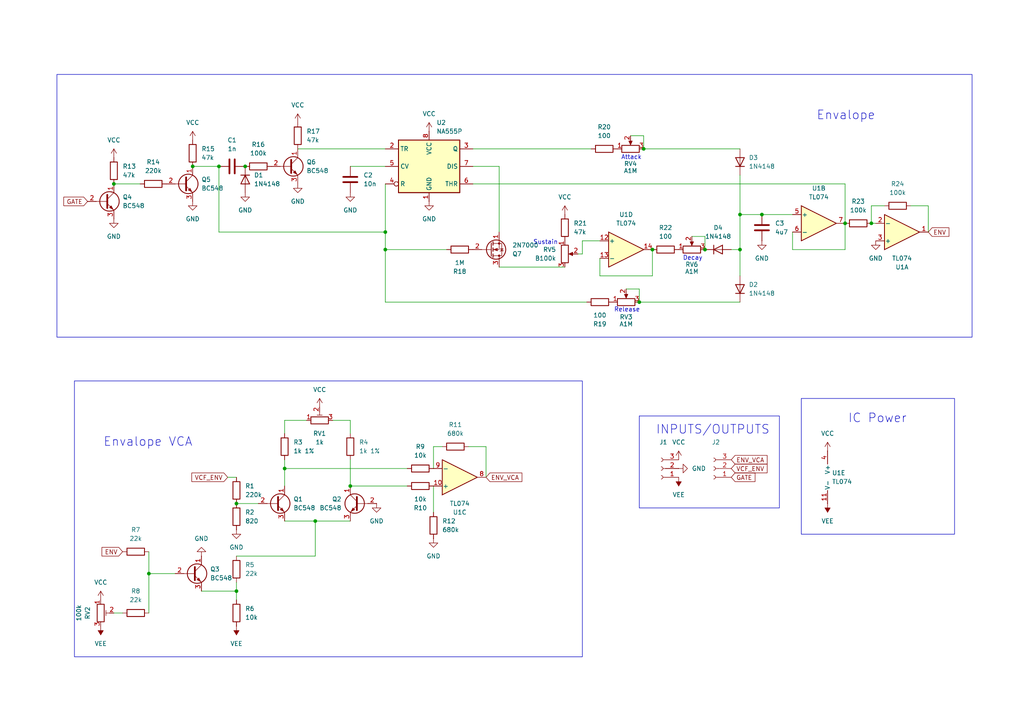
<source format=kicad_sch>
(kicad_sch (version 20250114) (generator "eeschema") (generator_version "9.0")
  (paper "A4")
  (lib_symbols
    (symbol "Amplifier_Operational:TL074" (pin_names (offset 0.127))
      (property "Reference" "U" (at 0 5.08 0))
      (property "Value" "TL074" (at 0 -5.08 0))
      (symbol "TL074_1_1"
        (polyline (pts (xy -5.08 5.08) (xy 5.08 0) (xy -5.08 -5.08) (xy -5.08 5.08)) (stroke (width 0.254)) (fill (type background)))
        (pin input line (at -7.62 2.54 0) (length 2.54) (name "+") (number "3"))
        (pin input line (at -7.62 -2.54 0) (length 2.54) (name "-") (number "2"))
        (pin output line (at 7.62 0 180) (length 2.54) (name "~") (number "1"))
      )
      (symbol "TL074_2_1"
        (polyline (pts (xy -5.08 5.08) (xy 5.08 0) (xy -5.08 -5.08) (xy -5.08 5.08)) (stroke (width 0.254)) (fill (type background)))
        (pin input line (at -7.62 2.54 0) (length 2.54) (name "+") (number "5"))
        (pin input line (at -7.62 -2.54 0) (length 2.54) (name "-") (number "6"))
        (pin output line (at 7.62 0 180) (length 2.54) (name "~") (number "7"))
      )
      (symbol "TL074_3_1"
        (polyline (pts (xy -5.08 5.08) (xy 5.08 0) (xy -5.08 -5.08) (xy -5.08 5.08)) (stroke (width 0.254)) (fill (type background)))
        (pin input line (at -7.62 2.54 0) (length 2.54) (name "+") (number "10"))
        (pin input line (at -7.62 -2.54 0) (length 2.54) (name "-") (number "9"))
        (pin output line (at 7.62 0 180) (length 2.54) (name "~") (number "8"))
      )
      (symbol "TL074_4_1"
        (polyline (pts (xy -5.08 5.08) (xy 5.08 0) (xy -5.08 -5.08) (xy -5.08 5.08)) (stroke (width 0.254)) (fill (type background)))
        (pin input line (at -7.62 2.54 0) (length 2.54) (name "+") (number "12"))
        (pin input line (at -7.62 -2.54 0) (length 2.54) (name "-") (number "13"))
        (pin output line (at 7.62 0 180) (length 2.54) (name "~") (number "14"))
      )
      (symbol "TL074_5_1"
        (pin power_in line (at -2.54 7.62 270) (length 3.81) (name "V+") (number "4"))
        (pin power_in line (at -2.54 -7.62 90) (length 3.81) (name "V-") (number "11"))
      )
    )
    (symbol "Connector:Conn_01x03_Socket" (pin_names (offset 1.016) (hide yes))
      (property "Reference" "J" (at 0 5.08 0))
      (property "Value" "Conn_01x03_Socket" (at 0 -5.08 0))
      (symbol "Conn_01x03_Socket_1_1"
        (polyline (pts (xy -1.27 2.54) (xy -0.508 2.54)) (stroke (width 0.1524)))
        (polyline (pts (xy -1.27 0) (xy -0.508 0)) (stroke (width 0.1524)))
        (polyline (pts (xy -1.27 -2.54) (xy -0.508 -2.54)) (stroke (width 0.1524)))
        (arc (start 0 2.032) (mid -0.5058 2.54) (end 0 3.048) (stroke (width 0.1524)))
        (arc (start 0 -0.508) (mid -0.5058 0) (end 0 0.508) (stroke (width 0.1524)))
        (arc (start 0 -3.048) (mid -0.5058 -2.54) (end 0 -2.032) (stroke (width 0.1524)))
        (pin passive line (at -5.08 2.54 0) (length 3.81) (name "Pin_1") (number "1"))
        (pin passive line (at -5.08 0 0) (length 3.81) (name "Pin_2") (number "2"))
        (pin passive line (at -5.08 -2.54 0) (length 3.81) (name "Pin_3") (number "3"))
      )
    )
    (symbol "Device:C" (pin_numbers (hide yes)) (pin_names (offset 0.254))
      (property "Reference" "C" (at 0.635 2.54 0))
      (property "Value" "C" (at 0.635 -2.54 0))
      (symbol "C_0_1"
        (polyline (pts (xy -2.032 0.762) (xy 2.032 0.762)) (stroke (width 0.508)))
        (polyline (pts (xy -2.032 -0.762) (xy 2.032 -0.762)) (stroke (width 0.508)))
      )
      (symbol "C_1_1"
        (pin passive line (at 0 3.81 270) (length 2.794) (name "~") (number "1"))
        (pin passive line (at 0 -3.81 90) (length 2.794) (name "~") (number "2"))
      )
    )
    (symbol "Device:R" (pin_numbers (hide yes)) (pin_names (offset 0))
      (property "Reference" "R" (at 2.032 0 90))
      (property "Value" "R" (at 0 0 90))
      (symbol "R_0_1"
        (rectangle (start -1.016 -2.54) (end 1.016 2.54) (stroke (width 0.254)))
      )
      (symbol "R_1_1"
        (pin passive line (at 0 3.81 270) (length 1.27) (name "~") (number "1"))
        (pin passive line (at 0 -3.81 90) (length 1.27) (name "~") (number "2"))
      )
    )
    (symbol "Device:R_Potentiometer" (pin_names (offset 1.016) (hide yes))
      (property "Reference" "RV" (at -4.445 0 90))
      (property "Value" "R_Potentiometer" (at -2.54 0 90))
      (symbol "R_Potentiometer_0_1"
        (rectangle (start 1.016 2.54) (end -1.016 -2.54) (stroke (width 0.254)))
        (polyline (pts (xy 1.143 0) (xy 2.286 0.508) (xy 2.286 -0.508) (xy 1.143 0)) (fill (type outline)))
        (polyline (pts (xy 2.54 0) (xy 1.524 0)))
      )
      (symbol "R_Potentiometer_1_1"
        (pin passive line (at 0 3.81 270) (length 1.27) (name "1") (number "1"))
        (pin passive line (at 0 -3.81 90) (length 1.27) (name "3") (number "3"))
        (pin passive line (at 3.81 0 180) (length 1.27) (name "2") (number "2"))
      )
    )
    (symbol "Device:R_Potentiometer_Trim" (pin_names (offset 1.016) (hide yes))
      (property "Reference" "RV" (at -4.445 0 90))
      (property "Value" "R_Potentiometer_Trim" (at -2.54 0 90))
      (symbol "R_Potentiometer_Trim_0_1"
        (rectangle (start 1.016 2.54) (end -1.016 -2.54) (stroke (width 0.254)))
        (polyline (pts (xy 1.524 0.762) (xy 1.524 -0.762)))
        (polyline (pts (xy 2.54 0) (xy 1.524 0)))
      )
      (symbol "R_Potentiometer_Trim_1_1"
        (pin passive line (at 0 3.81 270) (length 1.27) (name "1") (number "1"))
        (pin passive line (at 0 -3.81 90) (length 1.27) (name "3") (number "3"))
        (pin passive line (at 3.81 0 180) (length 1.27) (name "2") (number "2"))
      )
    )
    (symbol "Diode:1N4148WT" (pin_numbers (hide yes)) (pin_names (hide yes))
      (property "Reference" "D" (at 0 2.54 0))
      (property "Value" "1N4148WT" (at 0 -2.54 0))
      (symbol "1N4148WT_0_1"
        (polyline (pts (xy -1.27 1.27) (xy -1.27 -1.27)) (stroke (width 0.254)))
        (polyline (pts (xy 1.27 1.27) (xy 1.27 -1.27) (xy -1.27 0) (xy 1.27 1.27)) (stroke (width 0.254)))
        (polyline (pts (xy 1.27 0) (xy -1.27 0)))
      )
      (symbol "1N4148WT_1_1"
        (pin passive line (at -3.81 0 0) (length 2.54) (name "K") (number "1"))
        (pin passive line (at 3.81 0 180) (length 2.54) (name "A") (number "2"))
      )
    )
    (symbol "Timer:NA555P"
      (property "Reference" "U" (at -10.16 8.89 0))
      (property "Value" "NA555P" (at 2.54 8.89 0))
      (symbol "NA555P_0_0"
        (pin power_in line (at 0 10.16 270) (length 2.54) (name "VCC") (number "8"))
        (pin power_in line (at 0 -10.16 90) (length 2.54) (name "GND") (number "1"))
      )
      (symbol "NA555P_0_1"
        (rectangle (start -8.89 -7.62) (end 8.89 7.62) (stroke (width 0.254)) (fill (type background)))
        (rectangle (start -8.89 -7.62) (end 8.89 7.62) (stroke (width 0.254)) (fill (type background)))
      )
      (symbol "NA555P_1_1"
        (pin input line (at -12.7 5.08 0) (length 3.81) (name "TR") (number "2"))
        (pin input line (at -12.7 0 0) (length 3.81) (name "CV") (number "5"))
        (pin input inverted (at -12.7 -5.08 0) (length 3.81) (name "R") (number "4"))
        (pin output line (at 12.7 5.08 180) (length 3.81) (name "Q") (number "3"))
        (pin input line (at 12.7 0 180) (length 3.81) (name "DIS") (number "7"))
        (pin input line (at 12.7 -5.08 180) (length 3.81) (name "THR") (number "6"))
      )
    )
    (symbol "Transistor_BJT:BC548" (pin_names (offset 0) (hide yes))
      (property "Reference" "Q" (at 5.08 1.905 0))
      (property "Value" "BC548" (at 5.08 0 0))
      (symbol "BC548_0_1"
        (polyline (pts (xy -2.54 0) (xy 0.635 0)))
        (polyline (pts (xy 0.635 1.905) (xy 0.635 -1.905)) (stroke (width 0.508)))
        (circle (center 1.27 0) (radius 2.8194) (stroke (width 0.254)))
      )
      (symbol "BC548_1_1"
        (polyline (pts (xy 0.635 0.635) (xy 2.54 2.54)))
        (polyline (pts (xy 0.635 -0.635) (xy 2.54 -2.54)))
        (polyline (pts (xy 1.27 -1.778) (xy 1.778 -1.27) (xy 2.286 -2.286) (xy 1.27 -1.778)) (fill (type outline)))
        (pin input line (at -5.08 0 0) (length 2.54) (name "B") (number "2"))
        (pin passive line (at 2.54 5.08 270) (length 2.54) (name "C") (number "1"))
        (pin passive line (at 2.54 -5.08 90) (length 2.54) (name "E") (number "3"))
      )
    )
    (symbol "Transistor_FET:2N7000" (pin_names (hide yes))
      (property "Reference" "Q" (at 5.08 1.905 0))
      (property "Value" "2N7000" (at 5.08 0 0))
      (symbol "2N7000_0_1"
        (polyline (pts (xy 0.254 1.905) (xy 0.254 -1.905)) (stroke (width 0.254)))
        (polyline (pts (xy 0.254 0) (xy -2.54 0)))
        (polyline (pts (xy 0.762 2.286) (xy 0.762 1.27)) (stroke (width 0.254)))
        (polyline (pts (xy 0.762 0.508) (xy 0.762 -0.508)) (stroke (width 0.254)))
        (polyline (pts (xy 0.762 -1.27) (xy 0.762 -2.286)) (stroke (width 0.254)))
        (polyline (pts (xy 0.762 -1.778) (xy 3.302 -1.778) (xy 3.302 1.778) (xy 0.762 1.778)))
        (polyline (pts (xy 1.016 0) (xy 2.032 0.381) (xy 2.032 -0.381) (xy 1.016 0)) (fill (type outline)))
        (circle (center 1.651 0) (radius 2.794) (stroke (width 0.254)))
        (polyline (pts (xy 2.54 2.54) (xy 2.54 1.778)))
        (circle (center 2.54 1.778) (radius 0.254) (fill (type outline)))
        (circle (center 2.54 -1.778) (radius 0.254) (fill (type outline)))
        (polyline (pts (xy 2.54 -2.54) (xy 2.54 0) (xy 0.762 0)))
        (polyline (pts (xy 2.794 0.508) (xy 2.921 0.381) (xy 3.683 0.381) (xy 3.81 0.254)))
        (polyline (pts (xy 3.302 0.381) (xy 2.921 -0.254) (xy 3.683 -0.254) (xy 3.302 0.381)))
      )
      (symbol "2N7000_1_1"
        (pin input line (at -5.08 0 0) (length 2.54) (name "G") (number "2"))
        (pin passive line (at 2.54 5.08 270) (length 2.54) (name "D") (number "3"))
        (pin passive line (at 2.54 -5.08 90) (length 2.54) (name "S") (number "1"))
      )
    )
    (symbol "power:GND" (power) (pin_numbers (hide yes)) (pin_names (offset 0) (hide yes))
      (property "Value" "GND" (at 0 -3.81 0))
      (symbol "GND_0_1"
        (polyline (pts (xy 0 0) (xy 0 -1.27) (xy 1.27 -1.27) (xy 0 -2.54) (xy -1.27 -1.27) (xy 0 -1.27)))
      )
      (symbol "GND_1_1"
        (pin power_in line (at 0 0 270) (length 0) (name "~") (number "1"))
      )
    )
    (symbol "power:VCC" (power) (pin_numbers (hide yes)) (pin_names (offset 0) (hide yes))
      (property "Value" "VCC" (at 0 3.556 0))
      (symbol "VCC_0_1"
        (polyline (pts (xy -0.762 1.27) (xy 0 2.54)))
        (polyline (pts (xy 0 2.54) (xy 0.762 1.27)))
        (polyline (pts (xy 0 0) (xy 0 2.54)))
      )
      (symbol "VCC_1_1"
        (pin power_in line (at 0 0 90) (length 0) (name "~") (number "1"))
      )
    )
    (symbol "power:VEE" (power) (pin_numbers (hide yes)) (pin_names (offset 0) (hide yes))
      (property "Value" "VEE" (at 0 3.556 0))
      (symbol "VEE_0_1"
        (polyline (pts (xy 0 0) (xy 0 2.54)))
        (polyline (pts (xy 0.762 1.27) (xy -0.762 1.27) (xy 0 2.54) (xy 0.762 1.27)) (fill (type outline)))
      )
      (symbol "VEE_1_1"
        (pin power_in line (at 0 0 90) (length 0) (name "~") (number "1"))
      )
    )
  )
  (rectangle (start 21.59 110.49) (end 168.91 190.5))
  (rectangle (start 185.42 120.65) (end 226.06 147.32))
  (rectangle (start 232.41 115.57) (end 276.86 154.94))
  (rectangle (start 16.51 21.59) (end 281.94 97.79))
  (text "Envalope" (at 245.364 33.528 0) (effects (font (size 2.54 2.54))))
  (text "Envalope VCA" (at 42.926 128.27 0) (effects (font (size 2.54 2.54))))
  (text "IC Power\n" (at 254.508 121.412 0) (effects (font (size 2.54 2.54))))
  (text "Decay" (at 200.914 74.93 0) (effects (font (size 1.27 1.27))))
  (text "INPUTS/OUTPUTS" (at 206.756 124.714 0) (effects (font (size 2.54 2.54))))
  (text "Attack" (at 183.134 45.72 0) (effects (font (size 1.27 1.27))))
  (text "Release" (at 181.864 89.916 0) (effects (font (size 1.27 1.27))))
  (text "Sustain" (at 158.242 70.358 0) (effects (font (size 1.27 1.27))))
  (junction (at 33.02 53.34))
  (junction (at 252.73 64.77))
  (junction (at 101.6 140.97))
  (junction (at 186.69 43.18))
  (junction (at 68.58 171.45))
  (junction (at 189.23 72.39))
  (junction (at 245.11 64.77))
  (junction (at 185.42 87.63))
  (junction (at 55.88 48.26))
  (junction (at 63.5 48.26))
  (junction (at 214.63 72.39))
  (junction (at 214.63 62.23))
  (junction (at 43.18 166.37))
  (junction (at 82.55 135.89))
  (junction (at 91.44 151.13))
  (junction (at 111.76 72.39))
  (junction (at 111.76 67.31))
  (junction (at 68.58 146.05))
  (junction (at 71.12 48.26))
  (junction (at 220.98 62.23))
  (junction (at 204.47 72.39))
  (wire (pts (xy 135.89 129.54) (xy 140.97 129.54)))
  (wire (pts (xy 43.18 166.37) (xy 50.8 166.37)))
  (wire (pts (xy 82.55 121.92) (xy 88.9 121.92)))
  (wire (pts (xy 214.63 72.39) (xy 214.63 80.01)))
  (wire (pts (xy 58.42 171.45) (xy 68.58 171.45)))
  (wire (pts (xy 200.66 68.58) (xy 204.47 68.58)))
  (wire (pts (xy 144.78 67.31) (xy 144.78 48.26)))
  (wire (pts (xy 173.99 74.93) (xy 173.99 80.01)))
  (wire (pts (xy 245.11 53.34) (xy 245.11 64.77)))
  (wire (pts (xy 140.97 129.54) (xy 140.97 138.43)))
  (wire (pts (xy 86.36 43.18) (xy 111.76 43.18)))
  (wire (pts (xy 189.23 80.01) (xy 189.23 72.39)))
  (wire (pts (xy 181.61 83.82) (xy 185.42 83.82)))
  (wire (pts (xy 63.5 48.26) (xy 55.88 48.26)))
  (wire (pts (xy 111.76 87.63) (xy 111.76 72.39)))
  (wire (pts (xy 269.24 59.69) (xy 269.24 67.31)))
  (wire (pts (xy 220.98 62.23) (xy 214.63 62.23)))
  (wire (pts (xy 82.55 125.73) (xy 82.55 121.92)))
  (wire (pts (xy 68.58 161.29) (xy 91.44 161.29)))
  (wire (pts (xy 91.44 161.29) (xy 91.44 151.13)))
  (wire (pts (xy 256.54 59.69) (xy 252.73 59.69)))
  (wire (pts (xy 101.6 140.97) (xy 118.11 140.97)))
  (wire (pts (xy 43.18 160.02) (xy 43.18 166.37)))
  (wire (pts (xy 111.76 67.31) (xy 63.5 67.31)))
  (wire (pts (xy 111.76 53.34) (xy 111.76 67.31)))
  (wire (pts (xy 214.63 50.8) (xy 214.63 62.23)))
  (wire (pts (xy 82.55 135.89) (xy 82.55 140.97)))
  (wire (pts (xy 82.55 133.35) (xy 82.55 135.89)))
  (wire (pts (xy 129.54 72.39) (xy 111.76 72.39)))
  (wire (pts (xy 137.16 53.34) (xy 245.11 53.34)))
  (wire (pts (xy 33.02 177.8) (xy 35.56 177.8)))
  (wire (pts (xy 185.42 83.82) (xy 185.42 87.63)))
  (wire (pts (xy 186.69 39.37) (xy 186.69 43.18)))
  (wire (pts (xy 66.04 138.43) (xy 68.58 138.43)))
  (wire (pts (xy 96.52 121.92) (xy 101.6 121.92)))
  (wire (pts (xy 68.58 168.91) (xy 68.58 171.45)))
  (wire (pts (xy 212.09 72.39) (xy 214.63 72.39)))
  (wire (pts (xy 245.11 64.77) (xy 245.11 72.39)))
  (wire (pts (xy 101.6 48.26) (xy 111.76 48.26)))
  (wire (pts (xy 101.6 121.92) (xy 101.6 125.73)))
  (wire (pts (xy 68.58 171.45) (xy 68.58 173.99)))
  (wire (pts (xy 229.87 67.31) (xy 229.87 72.39)))
  (wire (pts (xy 229.87 72.39) (xy 245.11 72.39)))
  (wire (pts (xy 168.91 73.66) (xy 167.64 73.66)))
  (wire (pts (xy 125.73 140.97) (xy 125.73 148.59)))
  (wire (pts (xy 68.58 146.05) (xy 74.93 146.05)))
  (wire (pts (xy 144.78 48.26) (xy 137.16 48.26)))
  (wire (pts (xy 252.73 59.69) (xy 252.73 64.77)))
  (wire (pts (xy 101.6 133.35) (xy 101.6 140.97)))
  (wire (pts (xy 43.18 166.37) (xy 43.18 177.8)))
  (wire (pts (xy 82.55 135.89) (xy 118.11 135.89)))
  (wire (pts (xy 214.63 62.23) (xy 214.63 72.39)))
  (wire (pts (xy 254 64.77) (xy 252.73 64.77)))
  (wire (pts (xy 111.76 87.63) (xy 170.18 87.63)))
  (wire (pts (xy 173.99 80.01) (xy 189.23 80.01)))
  (wire (pts (xy 82.55 151.13) (xy 91.44 151.13)))
  (wire (pts (xy 40.64 53.34) (xy 33.02 53.34)))
  (wire (pts (xy 168.91 73.66) (xy 168.91 69.85)))
  (wire (pts (xy 63.5 67.31) (xy 63.5 48.26)))
  (wire (pts (xy 137.16 43.18) (xy 171.45 43.18)))
  (wire (pts (xy 128.27 129.54) (xy 125.73 129.54)))
  (wire (pts (xy 186.69 43.18) (xy 214.63 43.18)))
  (wire (pts (xy 144.78 77.47) (xy 163.83 77.47)))
  (wire (pts (xy 204.47 72.39) (xy 204.47 68.58)))
  (wire (pts (xy 168.91 69.85) (xy 173.99 69.85)))
  (wire (pts (xy 220.98 62.23) (xy 229.87 62.23)))
  (wire (pts (xy 91.44 151.13) (xy 101.6 151.13)))
  (wire (pts (xy 214.63 87.63) (xy 185.42 87.63)))
  (wire (pts (xy 182.88 39.37) (xy 186.69 39.37)))
  (wire (pts (xy 264.16 59.69) (xy 269.24 59.69)))
  (wire (pts (xy 125.73 129.54) (xy 125.73 135.89)))
  (wire (pts (xy 111.76 67.31) (xy 111.76 72.39)))
  (global_label "ENV" (shape input) (at 35.56 160.02 180) (property "Intersheetrefs" "${INTERSHEET_REFS}" (effects (hide yes))))
  (global_label "VCF_ENV" (shape input) (at 212.09 135.89 0) (property "Intersheetrefs" "${INTERSHEET_REFS}" (effects (hide yes))))
  (global_label "GATE" (shape input) (at 25.4 58.42 180) (property "Intersheetrefs" "${INTERSHEET_REFS}" (effects (hide yes))))
  (global_label "ENV" (shape input) (at 269.24 67.31 0) (property "Intersheetrefs" "${INTERSHEET_REFS}" (effects (hide yes))))
  (global_label "ENV_VCA" (shape input) (at 140.97 138.43 0) (property "Intersheetrefs" "${INTERSHEET_REFS}" (effects (hide yes))))
  (global_label "ENV_VCA" (shape input) (at 212.09 133.35 0) (property "Intersheetrefs" "${INTERSHEET_REFS}" (effects (hide yes))))
  (global_label "GATE" (shape input) (at 212.09 138.43 0) (property "Intersheetrefs" "${INTERSHEET_REFS}" (effects (hide yes))))
  (global_label "VCF_ENV" (shape input) (at 66.04 138.43 180) (property "Intersheetrefs" "${INTERSHEET_REFS}" (effects (hide yes))))
  (symbol (lib_id "power:VCC") (at 86.36 35.56 0) (unit 1)
    (property "Reference" "#PWR020" (effects (hide yes)))
    (property "Value" "VCC" (at 86.36 30.48 0))
    (property "Description" "Power symbol creates a global label with name \"VCC\"" (effects (hide yes)))
  )
  (symbol (lib_id "Device:C") (at 101.6 52.07 180) (unit 1)
    (property "Reference" "C2" (at 105.41 50.7999 0) (effects (justify right)))
    (property "Value" "10n" (at 105.41 53.3399 0) (effects (justify right)))
    (property "Footprint" "User:C_Rect_P5.00mm_CNC" (effects (hide yes)))
    (property "Description" "Unpolarized capacitor" (effects (hide yes)))
  )
  (symbol (lib_id "Device:R") (at 82.55 129.54 180) (unit 1)
    (property "Reference" "R3" (at 85.09 128.2699 0) (effects (justify right)))
    (property "Value" "1k 1%" (at 85.09 130.81 0) (effects (justify right)))
    (property "Footprint" "User:R_7.62mm_CNC" (effects (hide yes)))
    (property "Description" "Resistor" (effects (hide yes)))
  )
  (symbol (lib_id "Amplifier_Operational:TL074") (at 242.57 138.43 0) (unit 5)
    (property "Reference" "U1" (at 241.3 137.1599 0) (effects (justify left)))
    (property "Value" "TL074" (at 241.3 139.6999 0) (effects (justify left)))
    (property "Footprint" "User:DIP-14_CNC" (effects (hide yes)))
    (property "Datasheet" "http://www.ti.com/lit/ds/symlink/tl071.pdf" (effects (hide yes)))
    (property "Description" "Quad Low-Noise JFET-Input Operational Amplifiers, DIP-14/SOIC-14" (effects (hide yes)))
  )
  (symbol (lib_id "Device:R") (at 68.58 177.8 180) (unit 1)
    (property "Reference" "R6" (at 71.12 176.5299 0) (effects (justify right)))
    (property "Value" "10k" (at 71.12 179.0699 0) (effects (justify right)))
    (property "Footprint" "User:R_10.16mm_CNC" (effects (hide yes)))
    (property "Description" "Resistor" (effects (hide yes)))
  )
  (symbol (lib_id "Connector:Conn_01x03_Socket") (at 207.01 135.89 180) (unit 1)
    (property "Reference" "J2" (at 207.645 128.27 0))
    (property "Value" "Conn_01x03_Socket" (effects (hide yes)))
    (property "Footprint" "User:TerminalBlock_1x3_CNC" (effects (hide yes)))
    (property "Description" "Generic connector, single row, 01x03, script generated" (effects (hide yes)))
  )
  (symbol (lib_id "Device:R") (at 55.88 44.45 180) (unit 1)
    (property "Reference" "R15" (at 58.42 43.1799 0) (effects (justify right)))
    (property "Value" "47k" (at 58.42 45.7199 0) (effects (justify right)))
    (property "Footprint" "User:R_7.62mm_CNC" (effects (hide yes)))
    (property "Description" "Resistor" (effects (hide yes)))
  )
  (symbol (lib_id "power:GND") (at 124.46 58.42 0) (unit 1)
    (property "Reference" "#PWR021" (effects (hide yes)))
    (property "Value" "GND" (at 124.46 63.5 0))
    (property "Description" "Power symbol creates a global label with name \"GND\" , ground" (effects (hide yes)))
  )
  (symbol (lib_id "Diode:1N4148WT") (at 71.12 52.07 270) (unit 1)
    (property "Reference" "D1" (at 73.66 50.7999 90) (effects (justify left)))
    (property "Value" "1N4148" (at 73.66 53.3399 90) (effects (justify left)))
    (property "Footprint" "User:D_P7.62mm_CNC" (effects (hide yes)))
    (property "Datasheet" "https://www.diodes.com/assets/Datasheets/ds30396.pdf" (effects (hide yes)))
    (property "Description" "75V 0.15A Fast switching Diode, SOD-523" (effects (hide yes)))
    (property "Sim.Device" "D" (effects (hide yes)))
    (property "Sim.Pins" "1=K 2=A" (effects (hide yes)))
  )
  (symbol (lib_id "power:VCC") (at 92.71 118.11 0) (unit 1)
    (property "Reference" "#PWR05" (effects (hide yes)))
    (property "Value" "VCC" (at 92.71 113.03 0))
    (property "Description" "Power symbol creates a global label with name \"VCC\"" (effects (hide yes)))
  )
  (symbol (lib_id "Device:R") (at 86.36 39.37 180) (unit 1)
    (property "Reference" "R17" (at 88.9 38.0999 0) (effects (justify right)))
    (property "Value" "47k" (at 88.9 40.6399 0) (effects (justify right)))
    (property "Footprint" "User:R_7.62mm_CNC" (effects (hide yes)))
    (property "Description" "Resistor" (effects (hide yes)))
  )
  (symbol (lib_id "power:GND") (at 68.58 153.67 0) (unit 1)
    (property "Reference" "#PWR04" (effects (hide yes)))
    (property "Value" "GND" (at 68.58 158.75 0))
    (property "Description" "Power symbol creates a global label with name \"GND\" , ground" (effects (hide yes)))
  )
  (symbol (lib_id "Transistor_BJT:BC548") (at 53.34 53.34 0) (unit 1)
    (property "Reference" "Q5" (at 58.42 52.0699 0) (effects (justify left)))
    (property "Value" "BC548" (at 58.42 54.6099 0) (effects (justify left)))
    (property "Footprint" "User:TO-92_CNC" (effects (hide yes)))
    (property "Datasheet" "https://www.onsemi.com/pub/Collateral/BC550-D.pdf" (effects (hide yes)))
    (property "Description" "0.1A Ic, 30V Vce, Small Signal NPN Transistor, TO-92" (effects (hide yes)))
  )
  (symbol (lib_id "Device:R") (at 68.58 149.86 180) (unit 1)
    (property "Reference" "R2" (at 71.12 148.5899 0) (effects (justify right)))
    (property "Value" "820" (at 71.12 151.1299 0) (effects (justify right)))
    (property "Footprint" "User:R_10.16mm_CNC" (effects (hide yes)))
    (property "Description" "Resistor" (effects (hide yes)))
  )
  (symbol (lib_id "Device:R_Potentiometer") (at 182.88 43.18 90) (unit 1)
    (property "Reference" "RV4" (at 182.88 47.498 90))
    (property "Value" "A1M" (at 182.88 49.53 90))
    (property "Footprint" "User:Potentiometer_PanelMount_CNC" (effects (hide yes)))
    (property "Description" "Potentiometer" (effects (hide yes)))
  )
  (symbol (lib_id "Transistor_FET:2N7000") (at 142.24 72.39 0) (mirror x) (unit 1)
    (property "Reference" "Q7" (at 148.59 73.6601 0) (effects (justify left)))
    (property "Value" "2N7000" (at 148.59 71.1201 0) (effects (justify left)))
    (property "Footprint" "User:TO-92_CNC" (effects (hide yes)))
    (property "Datasheet" "https://www.vishay.com/docs/70226/70226.pdf" (effects (hide yes)))
    (property "Description" "0.2A Id, 200V Vds, N-Channel MOSFET, 2.6V Logic Level, TO-92" (effects (hide yes)))
  )
  (symbol (lib_id "Diode:1N4148WT") (at 214.63 46.99 90) (unit 1)
    (property "Reference" "D3" (at 217.17 45.7199 90) (effects (justify right)))
    (property "Value" "1N4148" (at 217.17 48.2599 90) (effects (justify right)))
    (property "Footprint" "User:D_P10.16mm_CNC" (effects (hide yes)))
    (property "Datasheet" "https://www.diodes.com/assets/Datasheets/ds30396.pdf" (effects (hide yes)))
    (property "Description" "75V 0.15A Fast switching Diode, SOD-523" (effects (hide yes)))
    (property "Sim.Device" "D" (effects (hide yes)))
    (property "Sim.Pins" "1=K 2=A" (effects (hide yes)))
  )
  (symbol (lib_id "Device:R") (at 33.02 49.53 180) (unit 1)
    (property "Reference" "R13" (at 35.56 48.2599 0) (effects (justify right)))
    (property "Value" "47k" (at 35.56 50.7999 0) (effects (justify right)))
    (property "Footprint" "User:R_7.62mm_CNC" (effects (hide yes)))
    (property "Description" "Resistor" (effects (hide yes)))
  )
  (symbol (lib_id "Device:R_Potentiometer_Trim") (at 29.21 177.8 0) (unit 1)
    (property "Reference" "RV2" (at 25.4 177.8 90))
    (property "Value" "100k" (at 22.86 177.8 90))
    (property "Footprint" "User:Potentiometer_Trim_CNC" (effects (hide yes)))
    (property "Description" "Trim-potentiometer" (effects (hide yes)))
  )
  (symbol (lib_id "power:GND") (at 125.73 156.21 0) (unit 1)
    (property "Reference" "#PWR013" (effects (hide yes)))
    (property "Value" "GND" (at 125.73 161.29 0))
    (property "Description" "Power symbol creates a global label with name \"GND\" , ground" (effects (hide yes)))
  )
  (symbol (lib_id "Device:R") (at 101.6 129.54 180) (unit 1)
    (property "Reference" "R4" (at 104.14 128.2699 0) (effects (justify right)))
    (property "Value" "1k 1%" (at 104.14 130.81 0) (effects (justify right)))
    (property "Footprint" "User:R_2.54mm_CNC" (effects (hide yes)))
    (property "Description" "Resistor" (effects (hide yes)))
  )
  (symbol (lib_id "Amplifier_Operational:TL074") (at 181.61 72.39 0) (unit 4)
    (property "Reference" "U1" (at 181.61 62.23 0))
    (property "Value" "TL074" (at 181.61 64.77 0))
    (property "Footprint" "User:DIP-14_CNC" (effects (hide yes)))
    (property "Datasheet" "http://www.ti.com/lit/ds/symlink/tl071.pdf" (effects (hide yes)))
    (property "Description" "Quad Low-Noise JFET-Input Operational Amplifiers, DIP-14/SOIC-14" (effects (hide yes)))
  )
  (symbol (lib_id "Device:R") (at 248.92 64.77 270) (mirror x) (unit 1)
    (property "Reference" "R23" (at 248.92 58.42 90))
    (property "Value" "100k" (at 248.92 60.96 90))
    (property "Footprint" "User:R_7.62mm_CNC" (effects (hide yes)))
    (property "Description" "Resistor" (effects (hide yes)))
  )
  (symbol (lib_id "Device:R") (at 39.37 177.8 270) (mirror x) (unit 1)
    (property "Reference" "R8" (at 39.37 171.45 90))
    (property "Value" "22k" (at 39.37 173.99 90))
    (property "Footprint" "User:R_10.16mm_CNC" (effects (hide yes)))
    (property "Description" "Resistor" (effects (hide yes)))
  )
  (symbol (lib_id "power:VEE") (at 29.21 181.61 180) (unit 1)
    (property "Reference" "#PWR09" (effects (hide yes)))
    (property "Value" "VEE" (at 29.21 186.69 0))
    (property "Description" "Power symbol creates a global label with name \"VEE\"" (effects (hide yes)))
  )
  (symbol (lib_id "Device:R_Potentiometer") (at 163.83 73.66 0) (unit 1)
    (property "Reference" "RV5" (at 161.29 72.3899 0) (effects (justify right)))
    (property "Value" "B100k" (at 161.29 74.9299 0) (effects (justify right)))
    (property "Footprint" "User:Potentiometer_PanelMount_CNC" (effects (hide yes)))
    (property "Description" "Potentiometer" (effects (hide yes)))
  )
  (symbol (lib_id "Device:R") (at 68.58 142.24 180) (unit 1)
    (property "Reference" "R1" (at 71.12 140.9699 0) (effects (justify right)))
    (property "Value" "220k" (at 71.12 143.5099 0) (effects (justify right)))
    (property "Footprint" "User:R_10.16mm_CNC" (effects (hide yes)))
    (property "Description" "Resistor" (effects (hide yes)))
  )
  (symbol (lib_id "power:GND") (at 109.22 146.05 0) (unit 1)
    (property "Reference" "#PWR06" (effects (hide yes)))
    (property "Value" "GND" (at 109.22 151.13 0))
    (property "Description" "Power symbol creates a global label with name \"GND\" , ground" (effects (hide yes)))
  )
  (symbol (lib_id "Device:R_Potentiometer") (at 200.66 72.39 90) (unit 1)
    (property "Reference" "RV6" (at 200.66 76.708 90))
    (property "Value" "A1M" (at 200.66 78.74 90))
    (property "Footprint" "User:Potentiometer_PanelMount_CNC" (effects (hide yes)))
    (property "Description" "Potentiometer" (effects (hide yes)))
  )
  (symbol (lib_id "Device:R") (at 39.37 160.02 270) (mirror x) (unit 1)
    (property "Reference" "R7" (at 39.37 153.67 90))
    (property "Value" "22k" (at 39.37 156.21 90))
    (property "Footprint" "User:R_10.16mm_CNC" (effects (hide yes)))
    (property "Description" "Resistor" (effects (hide yes)))
  )
  (symbol (lib_id "Device:C") (at 220.98 66.04 180) (unit 1)
    (property "Reference" "C3" (at 224.79 64.7699 0) (effects (justify right)))
    (property "Value" "4u7" (at 224.79 67.3099 0) (effects (justify right)))
    (property "Footprint" "User:C_Rect_P5.00mm_CNC" (effects (hide yes)))
    (property "Description" "Unpolarized capacitor" (effects (hide yes)))
  )
  (symbol (lib_id "Device:R") (at 260.35 59.69 270) (mirror x) (unit 1)
    (property "Reference" "R24" (at 260.35 53.34 90))
    (property "Value" "100k" (at 260.35 55.88 90))
    (property "Footprint" "User:R_7.62mm_CNC" (effects (hide yes)))
    (property "Description" "Resistor" (effects (hide yes)))
  )
  (symbol (lib_id "Device:R_Potentiometer_Trim") (at 92.71 121.92 90) (unit 1)
    (property "Reference" "RV1" (at 92.71 125.73 90))
    (property "Value" "1k" (at 92.71 128.27 90))
    (property "Footprint" "User:Potentiometer_Trim_CNC" (effects (hide yes)))
    (property "Description" "Trim-potentiometer" (effects (hide yes)))
  )
  (symbol (lib_id "power:GND") (at 55.88 58.42 0) (unit 1)
    (property "Reference" "#PWR017" (effects (hide yes)))
    (property "Value" "GND" (at 55.88 63.5 0))
    (property "Description" "Power symbol creates a global label with name \"GND\" , ground" (effects (hide yes)))
  )
  (symbol (lib_id "Connector:Conn_01x03_Socket") (at 191.77 135.89 180) (unit 1)
    (property "Reference" "J1" (at 192.405 128.27 0))
    (property "Value" "Conn_01x03_Socket" (effects (hide yes)))
    (property "Footprint" "User:TerminalBlock_1x3_CNC" (effects (hide yes)))
    (property "Description" "Generic connector, single row, 01x03, script generated" (effects (hide yes)))
  )
  (symbol (lib_id "power:GND") (at 101.6 55.88 0) (unit 1)
    (property "Reference" "#PWR023" (effects (hide yes)))
    (property "Value" "GND" (at 101.6 60.96 0))
    (property "Description" "Power symbol creates a global label with name \"GND\" , ground" (effects (hide yes)))
  )
  (symbol (lib_id "power:GND") (at 33.02 63.5 0) (unit 1)
    (property "Reference" "#PWR014" (effects (hide yes)))
    (property "Value" "GND" (at 33.02 68.58 0))
    (property "Description" "Power symbol creates a global label with name \"GND\" , ground" (effects (hide yes)))
  )
  (symbol (lib_id "Device:R") (at 173.99 87.63 270) (unit 1)
    (property "Reference" "R19" (at 173.99 93.98 90))
    (property "Value" "100" (at 173.99 91.44 90))
    (property "Footprint" "User:R_10.16mm_CNC" (effects (hide yes)))
    (property "Description" "Resistor" (effects (hide yes)))
  )
  (symbol (lib_id "power:VEE") (at 68.58 181.61 180) (unit 1)
    (property "Reference" "#PWR08" (effects (hide yes)))
    (property "Value" "VEE" (at 68.58 186.69 0))
    (property "Description" "Power symbol creates a global label with name \"VEE\"" (effects (hide yes)))
  )
  (symbol (lib_id "Device:R_Potentiometer") (at 181.61 87.63 90) (unit 1)
    (property "Reference" "RV3" (at 181.61 91.948 90))
    (property "Value" "A1M" (at 181.61 93.98 90))
    (property "Footprint" "User:Potentiometer_PanelMount_CNC" (effects (hide yes)))
    (property "Description" "Potentiometer" (effects (hide yes)))
  )
  (symbol (lib_id "power:VCC") (at 124.46 38.1 0) (unit 1)
    (property "Reference" "#PWR022" (effects (hide yes)))
    (property "Value" "VCC" (at 124.46 33.02 0))
    (property "Description" "Power symbol creates a global label with name \"VCC\"" (effects (hide yes)))
  )
  (symbol (lib_id "power:VCC") (at 240.03 130.81 0) (unit 1)
    (property "Reference" "#PWR011" (effects (hide yes)))
    (property "Value" "VCC" (at 240.03 125.73 0))
    (property "Description" "Power symbol creates a global label with name \"VCC\"" (effects (hide yes)))
  )
  (symbol (lib_id "Transistor_BJT:BC548") (at 83.82 48.26 0) (unit 1)
    (property "Reference" "Q6" (at 88.9 46.9899 0) (effects (justify left)))
    (property "Value" "BC548" (at 88.9 49.5299 0) (effects (justify left)))
    (property "Footprint" "User:TO-92_CNC" (effects (hide yes)))
    (property "Datasheet" "https://www.onsemi.com/pub/Collateral/BC550-D.pdf" (effects (hide yes)))
    (property "Description" "0.1A Ic, 30V Vce, Small Signal NPN Transistor, TO-92" (effects (hide yes)))
  )
  (symbol (lib_id "Transistor_BJT:BC548") (at 104.14 146.05 0) (mirror y) (unit 1)
    (property "Reference" "Q2" (at 99.06 144.7799 0) (effects (justify left)))
    (property "Value" "BC548" (at 99.06 147.3199 0) (effects (justify left)))
    (property "Footprint" "User:TO-92_CNC" (effects (hide yes)))
    (property "Datasheet" "https://www.onsemi.com/pub/Collateral/BC550-D.pdf" (effects (hide yes)))
    (property "Description" "0.1A Ic, 30V Vce, Small Signal NPN Transistor, TO-92" (effects (hide yes)))
  )
  (symbol (lib_id "Device:R") (at 132.08 129.54 270) (unit 1)
    (property "Reference" "R11" (at 132.08 123.19 90))
    (property "Value" "680k" (at 132.08 125.73 90))
    (property "Footprint" "User:R_7.62mm_CNC" (effects (hide yes)))
    (property "Description" "Resistor" (effects (hide yes)))
  )
  (symbol (lib_id "Amplifier_Operational:TL074") (at 237.49 64.77 0) (unit 2)
    (property "Reference" "U1" (at 237.49 54.61 0))
    (property "Value" "TL074" (at 237.49 57.15 0))
    (property "Footprint" "User:DIP-14_CNC" (effects (hide yes)))
    (property "Datasheet" "http://www.ti.com/lit/ds/symlink/tl071.pdf" (effects (hide yes)))
    (property "Description" "Quad Low-Noise JFET-Input Operational Amplifiers, DIP-14/SOIC-14" (effects (hide yes)))
  )
  (symbol (lib_id "power:GND") (at 220.98 69.85 0) (unit 1)
    (property "Reference" "#PWR025" (effects (hide yes)))
    (property "Value" "GND" (at 220.98 74.93 0))
    (property "Description" "Power symbol creates a global label with name \"GND\" , ground" (effects (hide yes)))
  )
  (symbol (lib_id "Device:R") (at 125.73 152.4 0) (unit 1)
    (property "Reference" "R12" (at 128.27 151.1299 0) (effects (justify left)))
    (property "Value" "680k" (at 128.27 153.6699 0) (effects (justify left)))
    (property "Footprint" "User:R_10.16mm_CNC" (effects (hide yes)))
    (property "Description" "Resistor" (effects (hide yes)))
  )
  (symbol (lib_id "Device:R") (at 175.26 43.18 270) (mirror x) (unit 1)
    (property "Reference" "R20" (at 175.26 36.83 90))
    (property "Value" "100" (at 175.26 39.37 90))
    (property "Footprint" "User:R_10.16mm_CNC" (effects (hide yes)))
    (property "Description" "Resistor" (effects (hide yes)))
  )
  (symbol (lib_id "power:GND") (at 86.36 53.34 0) (unit 1)
    (property "Reference" "#PWR019" (effects (hide yes)))
    (property "Value" "GND" (at 86.36 58.42 0))
    (property "Description" "Power symbol creates a global label with name \"GND\" , ground" (effects (hide yes)))
  )
  (symbol (lib_id "Device:R") (at 121.92 140.97 270) (mirror x) (unit 1)
    (property "Reference" "R10" (at 121.92 147.32 90))
    (property "Value" "10k" (at 121.92 144.78 90))
    (property "Footprint" "User:R_10.16mm_CNC" (effects (hide yes)))
    (property "Description" "Resistor" (effects (hide yes)))
  )
  (symbol (lib_id "power:VEE") (at 196.85 138.43 180) (unit 1)
    (property "Reference" "#PWR03" (effects (hide yes)))
    (property "Value" "VEE" (at 196.85 143.51 0))
    (property "Description" "Power symbol creates a global label with name \"VEE\"" (effects (hide yes)))
  )
  (symbol (lib_id "power:GND") (at 196.85 135.89 90) (unit 1)
    (property "Reference" "#PWR01" (effects (hide yes)))
    (property "Value" "GND" (at 200.66 135.8899 90) (effects (justify right)))
    (property "Description" "Power symbol creates a global label with name \"GND\" , ground" (effects (hide yes)))
  )
  (symbol (lib_id "power:GND") (at 58.42 161.29 180) (unit 1)
    (property "Reference" "#PWR07" (effects (hide yes)))
    (property "Value" "GND" (at 58.42 156.21 0))
    (property "Description" "Power symbol creates a global label with name \"GND\" , ground" (effects (hide yes)))
  )
  (symbol (lib_id "Device:R") (at 68.58 165.1 180) (unit 1)
    (property "Reference" "R5" (at 71.12 163.8299 0) (effects (justify right)))
    (property "Value" "22k" (at 71.12 166.3699 0) (effects (justify right)))
    (property "Footprint" "User:R_10.16mm_CNC" (effects (hide yes)))
    (property "Description" "Resistor" (effects (hide yes)))
  )
  (symbol (lib_id "Transistor_BJT:BC548") (at 30.48 58.42 0) (unit 1)
    (property "Reference" "Q4" (at 35.56 57.1499 0) (effects (justify left)))
    (property "Value" "BC548" (at 35.56 59.6899 0) (effects (justify left)))
    (property "Footprint" "User:TO-92_CNC" (effects (hide yes)))
    (property "Datasheet" "https://www.onsemi.com/pub/Collateral/BC550-D.pdf" (effects (hide yes)))
    (property "Description" "0.1A Ic, 30V Vce, Small Signal NPN Transistor, TO-92" (effects (hide yes)))
  )
  (symbol (lib_id "Diode:1N4148WT") (at 214.63 83.82 90) (unit 1)
    (property "Reference" "D2" (at 217.17 82.5499 90) (effects (justify right)))
    (property "Value" "1N4148" (at 217.17 85.0899 90) (effects (justify right)))
    (property "Footprint" "User:D_P10.16mm_CNC" (effects (hide yes)))
    (property "Datasheet" "https://www.diodes.com/assets/Datasheets/ds30396.pdf" (effects (hide yes)))
    (property "Description" "75V 0.15A Fast switching Diode, SOD-523" (effects (hide yes)))
    (property "Sim.Device" "D" (effects (hide yes)))
    (property "Sim.Pins" "1=K 2=A" (effects (hide yes)))
  )
  (symbol (lib_id "Device:R") (at 163.83 66.04 0) (mirror y) (unit 1)
    (property "Reference" "R21" (at 166.37 64.7699 0) (effects (justify right)))
    (property "Value" "47k" (at 166.37 67.3099 0) (effects (justify right)))
    (property "Footprint" "User:R_10.16mm_CNC" (effects (hide yes)))
    (property "Description" "Resistor" (effects (hide yes)))
  )
  (symbol (lib_id "Device:R") (at 44.45 53.34 270) (unit 1)
    (property "Reference" "R14" (at 44.45 46.99 90))
    (property "Value" "220k" (at 44.45 49.53 90))
    (property "Footprint" "User:R_7.62mm_CNC" (effects (hide yes)))
    (property "Description" "Resistor" (effects (hide yes)))
  )
  (symbol (lib_id "power:VCC") (at 33.02 45.72 0) (unit 1)
    (property "Reference" "#PWR015" (effects (hide yes)))
    (property "Value" "VCC" (at 33.02 40.64 0))
    (property "Description" "Power symbol creates a global label with name \"VCC\"" (effects (hide yes)))
  )
  (symbol (lib_id "Device:C") (at 67.31 48.26 90) (unit 1)
    (property "Reference" "C1" (at 67.31 40.64 90))
    (property "Value" "1n" (at 67.31 43.18 90))
    (property "Footprint" "User:C_Rect_P5.00mm_CNC" (effects (hide yes)))
    (property "Description" "Unpolarized capacitor" (effects (hide yes)))
  )
  (symbol (lib_id "power:VEE") (at 240.03 146.05 180) (unit 1)
    (property "Reference" "#PWR012" (effects (hide yes)))
    (property "Value" "VEE" (at 240.03 151.13 0))
    (property "Description" "Power symbol creates a global label with name \"VEE\"" (effects (hide yes)))
  )
  (symbol (lib_id "Transistor_BJT:BC548") (at 80.01 146.05 0) (unit 1)
    (property "Reference" "Q1" (at 85.09 144.7799 0) (effects (justify left)))
    (property "Value" "BC548" (at 85.09 147.3199 0) (effects (justify left)))
    (property "Footprint" "User:TO-92_CNC" (effects (hide yes)))
    (property "Datasheet" "https://www.onsemi.com/pub/Collateral/BC550-D.pdf" (effects (hide yes)))
    (property "Description" "0.1A Ic, 30V Vce, Small Signal NPN Transistor, TO-92" (effects (hide yes)))
  )
  (symbol (lib_id "power:VCC") (at 163.83 62.23 0) (unit 1)
    (property "Reference" "#PWR024" (effects (hide yes)))
    (property "Value" "VCC" (at 163.83 57.15 0))
    (property "Description" "Power symbol creates a global label with name \"VCC\"" (effects (hide yes)))
  )
  (symbol (lib_id "Device:R") (at 193.04 72.39 270) (mirror x) (unit 1)
    (property "Reference" "R22" (at 193.04 66.04 90))
    (property "Value" "100" (at 193.04 68.58 90))
    (property "Footprint" "User:R_10.16mm_CNC" (effects (hide yes)))
    (property "Description" "Resistor" (effects (hide yes)))
  )
  (symbol (lib_id "Transistor_BJT:BC548") (at 55.88 166.37 0) (unit 1)
    (property "Reference" "Q3" (at 60.96 165.0999 0) (effects (justify left)))
    (property "Value" "BC548" (at 60.96 167.6399 0) (effects (justify left)))
    (property "Footprint" "User:TO-92_CNC" (effects (hide yes)))
    (property "Datasheet" "https://www.onsemi.com/pub/Collateral/BC550-D.pdf" (effects (hide yes)))
    (property "Description" "0.1A Ic, 30V Vce, Small Signal NPN Transistor, TO-92" (effects (hide yes)))
  )
  (symbol (lib_id "Device:R") (at 121.92 135.89 270) (unit 1)
    (property "Reference" "R9" (at 121.92 129.54 90))
    (property "Value" "10k" (at 121.92 132.08 90))
    (property "Footprint" "User:R_10.16mm_CNC" (effects (hide yes)))
    (property "Description" "Resistor" (effects (hide yes)))
  )
  (symbol (lib_id "power:VCC") (at 55.88 40.64 0) (unit 1)
    (property "Reference" "#PWR016" (effects (hide yes)))
    (property "Value" "VCC" (at 55.88 35.56 0))
    (property "Description" "Power symbol creates a global label with name \"VCC\"" (effects (hide yes)))
  )
  (symbol (lib_id "Amplifier_Operational:TL074") (at 133.35 138.43 0) (mirror x) (unit 3)
    (property "Reference" "U1" (at 133.35 148.59 0))
    (property "Value" "TL074" (at 133.35 146.05 0))
    (property "Footprint" "User:DIP-14_CNC" (effects (hide yes)))
    (property "Datasheet" "http://www.ti.com/lit/ds/symlink/tl071.pdf" (effects (hide yes)))
    (property "Description" "Quad Low-Noise JFET-Input Operational Amplifiers, DIP-14/SOIC-14" (effects (hide yes)))
  )
  (symbol (lib_id "power:VCC") (at 29.21 173.99 0) (unit 1)
    (property "Reference" "#PWR010" (effects (hide yes)))
    (property "Value" "VCC" (at 29.21 168.91 0))
    (property "Description" "Power symbol creates a global label with name \"VCC\"" (effects (hide yes)))
  )
  (symbol (lib_id "power:GND") (at 254 69.85 0) (unit 1)
    (property "Reference" "#PWR026" (effects (hide yes)))
    (property "Value" "GND" (at 254 74.93 0))
    (property "Description" "Power symbol creates a global label with name \"GND\" , ground" (effects (hide yes)))
  )
  (symbol (lib_id "Device:R") (at 74.93 48.26 270) (unit 1)
    (property "Reference" "R16" (at 74.93 41.91 90))
    (property "Value" "100k" (at 74.93 44.45 90))
    (property "Footprint" "User:R_7.62mm_CNC" (effects (hide yes)))
    (property "Description" "Resistor" (effects (hide yes)))
  )
  (symbol (lib_id "Diode:1N4148WT") (at 208.28 72.39 0) (unit 1)
    (property "Reference" "D4" (at 208.28 66.04 0))
    (property "Value" "1N4148" (at 208.28 68.58 0))
    (property "Footprint" "User:D_P10.16mm_CNC" (effects (hide yes)))
    (property "Datasheet" "https://www.diodes.com/assets/Datasheets/ds30396.pdf" (effects (hide yes)))
    (property "Description" "75V 0.15A Fast switching Diode, SOD-523" (effects (hide yes)))
    (property "Sim.Device" "D" (effects (hide yes)))
    (property "Sim.Pins" "1=K 2=A" (effects (hide yes)))
  )
  (symbol (lib_id "Device:R") (at 133.35 72.39 270) (mirror x) (unit 1)
    (property "Reference" "R18" (at 133.35 78.74 90))
    (property "Value" "1M" (at 133.35 76.2 90))
    (property "Footprint" "User:R_7.62mm_CNC" (effects (hide yes)))
    (property "Description" "Resistor" (effects (hide yes)))
  )
  (symbol (lib_id "Timer:NA555P") (at 124.46 48.26 0) (unit 1)
    (property "Reference" "U2" (at 126.6033 35.56 0) (effects (justify left)))
    (property "Value" "NA555P" (at 126.6033 38.1 0) (effects (justify left)))
    (property "Footprint" "User:DIP8_CNC" (effects (hide yes)))
    (property "Datasheet" "http://www.ti.com/lit/ds/symlink/ne555.pdf" (effects (hide yes)))
    (property "Description" "Precision Timers, 555 compatible, PDIP-8" (effects (hide yes)))
  )
  (symbol (lib_id "power:GND") (at 71.12 55.88 0) (unit 1)
    (property "Reference" "#PWR018" (effects (hide yes)))
    (property "Value" "GND" (at 71.12 60.96 0))
    (property "Description" "Power symbol creates a global label with name \"GND\" , ground" (effects (hide yes)))
  )
  (symbol (lib_id "Amplifier_Operational:TL074") (at 261.62 67.31 0) (mirror x) (unit 1)
    (property "Reference" "U1" (at 261.62 77.47 0))
    (property "Value" "TL074" (at 261.62 74.93 0))
    (property "Footprint" "User:DIP-14_CNC" (effects (hide yes)))
    (property "Datasheet" "http://www.ti.com/lit/ds/symlink/tl071.pdf" (effects (hide yes)))
    (property "Description" "Quad Low-Noise JFET-Input Operational Amplifiers, DIP-14/SOIC-14" (effects (hide yes)))
  )
  (symbol (lib_id "power:VCC") (at 196.85 133.35 0) (unit 1)
    (property "Reference" "#PWR02" (effects (hide yes)))
    (property "Value" "VCC" (at 196.85 128.27 0))
    (property "Description" "Power symbol creates a global label with name \"VCC\"" (effects (hide yes)))
  )
)
</source>
